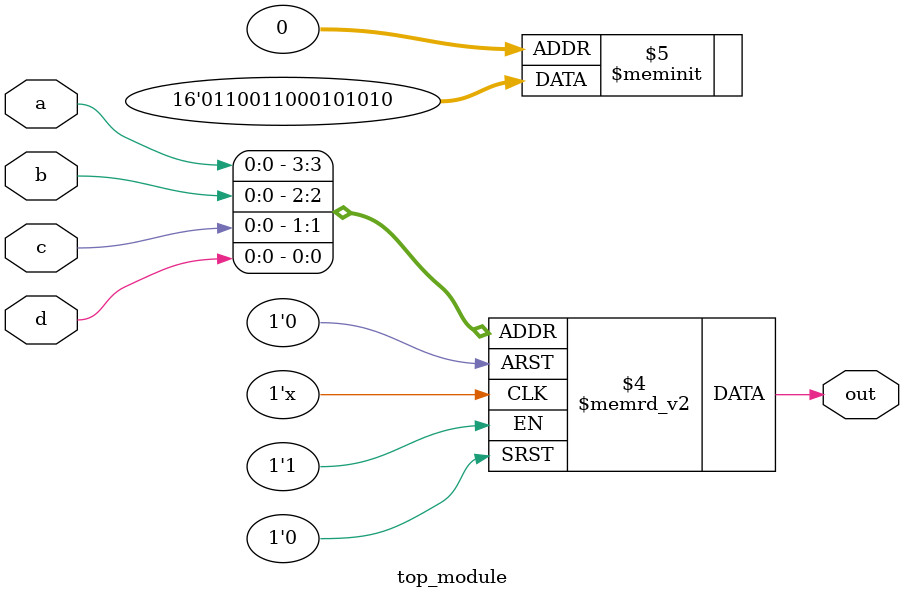
<source format=sv>
module top_module (
	input a, 
	input b,
	input c,
	input d,
	output reg out
);

  always @(a or b or c or d)
  begin
	case({a,b,c,d})
		4'b0000: out = 1'b0;
		4'b0001: out = 1'b1;
		4'b0010: out = 1'b0;
		4'b0011: out = 1'b1;
		4'b0100: out = 1'b0;
		4'b0101: out = 1'b1;
		4'b0110: out = 1'b0;
		4'b0111: out = 1'b0;
		4'b1000: out = 1'b0;
		4'b1001: out = 1'b1;
		4'b1010: out = 1'b1;
		4'b1011: out = 1'b0;
		4'b1100: out = 1'b0;
		4'b1101: out = 1'b1;
		4'b1110: out = 1'b1;
		4'b1111: out = 1'b0;
	endcase
  end

endmodule

</source>
